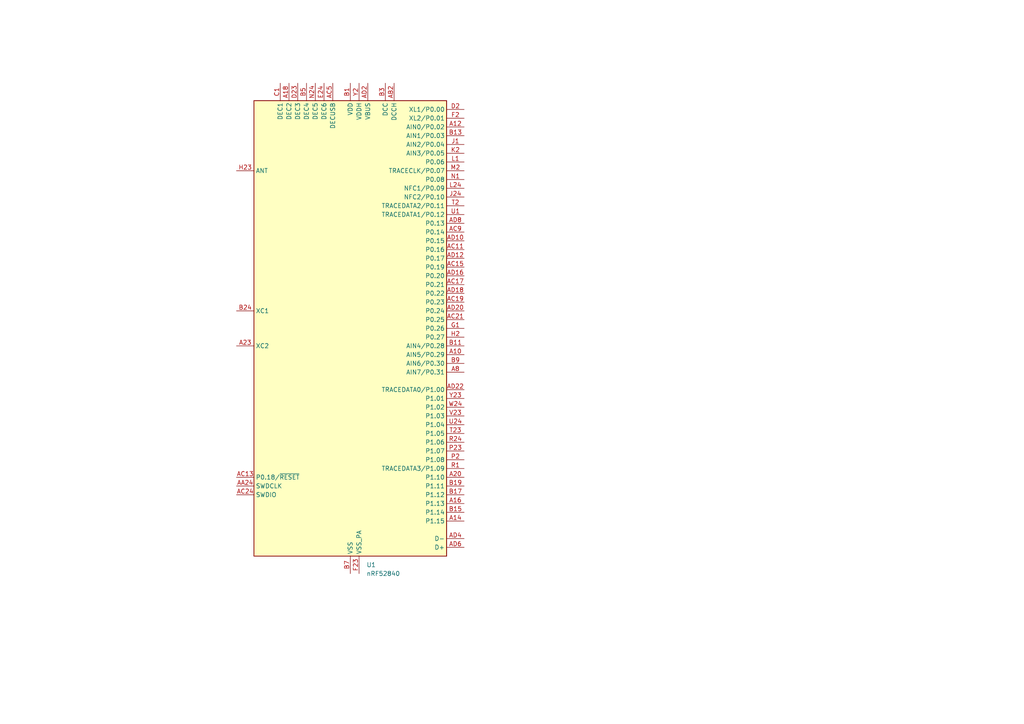
<source format=kicad_sch>
(kicad_sch (version 20250114) (generator "eeschema") (generator_version "9.0")
  (paper "A4")
  (lib_symbols
    (symbol "MCU_Nordic:nRF52840"
      (property "Reference" "U" (at 0 5.08 0))
      (property "Value" "nRF52840" (at 0 2.54 0))
      (symbol "nRF52840_0_1"
        (rectangle (start -27.94 66.04) (end 27.94 -66.04) (stroke (width 0.254)) (fill (type background)))
      )
      (symbol "nRF52840_1_1"
        (pin passive line (at -33.02 45.72 0) (length 5.08) (name "ANT") (number "H23"))
        (pin input line (at -33.02 5.08 0) (length 5.08) (name "XC1") (number "B24"))
        (pin input line (at -33.02 -5.08 0) (length 5.08) (name "XC2") (number "A23"))
        (pin bidirectional line (at -33.02 -43.18 0) (length 5.08) (name "P0.18/~{RESET}") (number "AC13"))
        (pin input line (at -33.02 -45.72 0) (length 5.08) (name "SWDCLK") (number "AA24"))
        (pin bidirectional line (at -33.02 -48.26 0) (length 5.08) (name "SWDIO") (number "AC24"))
        (pin passive line (at -20.32 71.12 270) (length 5.08) (name "DEC1") (number "C1"))
        (pin passive line (at -17.78 71.12 270) (length 5.08) (name "DEC2") (number "A18"))
        (pin passive line (at -15.24 71.12 270) (length 5.08) (name "DEC3") (number "D23"))
        (pin passive line (at -12.7 71.12 270) (length 5.08) (name "DEC4") (number "B5"))
        (pin passive line (at -10.16 71.12 270) (length 5.08) (name "DEC5") (number "N24"))
        (pin passive line (at -7.62 71.12 270) (length 5.08) (name "DEC6") (number "E24"))
        (pin passive line (at -5.08 71.12 270) (length 5.08) (name "DECUSB") (number "AC5"))
        (pin passive line (at 0 71.12 270) (length 5.08) (hide yes) (name "VDD") (number "A22"))
        (pin passive line (at 0 71.12 270) (length 5.08) (hide yes) (name "VDD") (number "AD14"))
        (pin passive line (at 0 71.12 270) (length 5.08) (hide yes) (name "VDD") (number "AD23"))
        (pin power_in line (at 0 71.12 270) (length 5.08) (name "VDD") (number "B1"))
        (pin passive line (at 0 71.12 270) (length 5.08) (hide yes) (name "VDD") (number "W1"))
        (pin power_in line (at 0 -71.12 90) (length 5.08) (name "VSS") (number "B7"))
        (pin passive line (at 0 -71.12 90) (length 5.08) (hide yes) (name "VSS") (number "EP"))
        (pin power_in line (at 2.54 71.12 270) (length 5.08) (name "VDDH") (number "Y2"))
        (pin power_in line (at 2.54 -71.12 90) (length 5.08) (name "VSS_PA") (number "F23"))
        (pin power_in line (at 5.08 71.12 270) (length 5.08) (name "VBUS") (number "AD2"))
        (pin power_out line (at 10.16 71.12 270) (length 5.08) (name "DCC") (number "B3"))
        (pin power_out line (at 12.7 71.12 270) (length 5.08) (name "DCCH") (number "AB2"))
        (pin bidirectional line (at 33.02 63.5 180) (length 5.08) (name "XL1/P0.00") (number "D2"))
        (pin bidirectional line (at 33.02 60.96 180) (length 5.08) (name "XL2/P0.01") (number "F2"))
        (pin bidirectional line (at 33.02 58.42 180) (length 5.08) (name "AIN0/P0.02") (number "A12"))
        (pin bidirectional line (at 33.02 55.88 180) (length 5.08) (name "AIN1/P0.03") (number "B13"))
        (pin bidirectional line (at 33.02 53.34 180) (length 5.08) (name "AIN2/P0.04") (number "J1"))
        (pin bidirectional line (at 33.02 50.8 180) (length 5.08) (name "AIN3/P0.05") (number "K2"))
        (pin bidirectional line (at 33.02 48.26 180) (length 5.08) (name "P0.06") (number "L1"))
        (pin bidirectional line (at 33.02 45.72 180) (length 5.08) (name "TRACECLK/P0.07") (number "M2"))
        (pin bidirectional line (at 33.02 43.18 180) (length 5.08) (name "P0.08") (number "N1"))
        (pin bidirectional line (at 33.02 40.64 180) (length 5.08) (name "NFC1/P0.09") (number "L24"))
        (pin bidirectional line (at 33.02 38.1 180) (length 5.08) (name "NFC2/P0.10") (number "J24"))
        (pin bidirectional line (at 33.02 35.56 180) (length 5.08) (name "TRACEDATA2/P0.11") (number "T2"))
        (pin bidirectional line (at 33.02 33.02 180) (length 5.08) (name "TRACEDATA1/P0.12") (number "U1"))
        (pin bidirectional line (at 33.02 30.48 180) (length 5.08) (name "P0.13") (number "AD8"))
        (pin bidirectional line (at 33.02 27.94 180) (length 5.08) (name "P0.14") (number "AC9"))
        (pin bidirectional line (at 33.02 25.4 180) (length 5.08) (name "P0.15") (number "AD10"))
        (pin bidirectional line (at 33.02 22.86 180) (length 5.08) (name "P0.16") (number "AC11"))
        (pin bidirectional line (at 33.02 20.32 180) (length 5.08) (name "P0.17") (number "AD12"))
        (pin bidirectional line (at 33.02 17.78 180) (length 5.08) (name "P0.19") (number "AC15"))
        (pin bidirectional line (at 33.02 15.24 180) (length 5.08) (name "P0.20") (number "AD16"))
        (pin bidirectional line (at 33.02 12.7 180) (length 5.08) (name "P0.21") (number "AC17"))
        (pin bidirectional line (at 33.02 10.16 180) (length 5.08) (name "P0.22") (number "AD18"))
        (pin bidirectional line (at 33.02 7.62 180) (length 5.08) (name "P0.23") (number "AC19"))
        (pin bidirectional line (at 33.02 5.08 180) (length 5.08) (name "P0.24") (number "AD20"))
        (pin bidirectional line (at 33.02 2.54 180) (length 5.08) (name "P0.25") (number "AC21"))
        (pin bidirectional line (at 33.02 0 180) (length 5.08) (name "P0.26") (number "G1"))
        (pin bidirectional line (at 33.02 -2.54 180) (length 5.08) (name "P0.27") (number "H2"))
        (pin bidirectional line (at 33.02 -5.08 180) (length 5.08) (name "AIN4/P0.28") (number "B11"))
        (pin bidirectional line (at 33.02 -7.62 180) (length 5.08) (name "AIN5/P0.29") (number "A10"))
        (pin bidirectional line (at 33.02 -10.16 180) (length 5.08) (name "AIN6/P0.30") (number "B9"))
        (pin bidirectional line (at 33.02 -12.7 180) (length 5.08) (name "AIN7/P0.31") (number "A8"))
        (pin bidirectional line (at 33.02 -17.78 180) (length 5.08) (name "TRACEDATA0/P1.00") (number "AD22"))
        (pin bidirectional line (at 33.02 -20.32 180) (length 5.08) (name "P1.01") (number "Y23"))
        (pin bidirectional line (at 33.02 -22.86 180) (length 5.08) (name "P1.02") (number "W24"))
        (pin bidirectional line (at 33.02 -25.4 180) (length 5.08) (name "P1.03") (number "V23"))
        (pin bidirectional line (at 33.02 -27.94 180) (length 5.08) (name "P1.04") (number "U24"))
        (pin bidirectional line (at 33.02 -30.48 180) (length 5.08) (name "P1.05") (number "T23"))
        (pin bidirectional line (at 33.02 -33.02 180) (length 5.08) (name "P1.06") (number "R24"))
        (pin bidirectional line (at 33.02 -35.56 180) (length 5.08) (name "P1.07") (number "P23"))
        (pin bidirectional line (at 33.02 -38.1 180) (length 5.08) (name "P1.08") (number "P2"))
        (pin bidirectional line (at 33.02 -40.64 180) (length 5.08) (name "TRACEDATA3/P1.09") (number "R1"))
        (pin bidirectional line (at 33.02 -43.18 180) (length 5.08) (name "P1.10") (number "A20"))
        (pin bidirectional line (at 33.02 -45.72 180) (length 5.08) (name "P1.11") (number "B19"))
        (pin bidirectional line (at 33.02 -48.26 180) (length 5.08) (name "P1.12") (number "B17"))
        (pin bidirectional line (at 33.02 -50.8 180) (length 5.08) (name "P1.13") (number "A16"))
        (pin bidirectional line (at 33.02 -53.34 180) (length 5.08) (name "P1.14") (number "B15"))
        (pin bidirectional line (at 33.02 -55.88 180) (length 5.08) (name "P1.15") (number "A14"))
        (pin bidirectional line (at 33.02 -60.96 180) (length 5.08) (name "D-") (number "AD4"))
        (pin bidirectional line (at 33.02 -63.5 180) (length 5.08) (name "D+") (number "AD6"))
      )
    )
  )
  (symbol (lib_id "MCU_Nordic:nRF52840") (at 101.6 95.25 0) (unit 1)
    (property "Reference" "U1" (at 106.2833 163.83 0) (effects (justify left)))
    (property "Value" "nRF52840" (at 106.2833 166.37 0) (effects (justify left)))
    (property "Footprint" "Package_DFN_QFN:Nordic_AQFN-73-1EP_7x7mm_P0.5mm" (effects (hide yes)))
    (property "Datasheet" "http://infocenter.nordicsemi.com/topic/com.nordic.infocenter.nrf52/dita/nrf52/chips/nrf52840.html" (effects (hide yes)))
    (property "Description" "Multiprotocol BLE/ANT/2.4 GHz/802.15.4 Cortex-M4F SoC, AQFN-73" (effects (hide yes)))
  )
)
</source>
